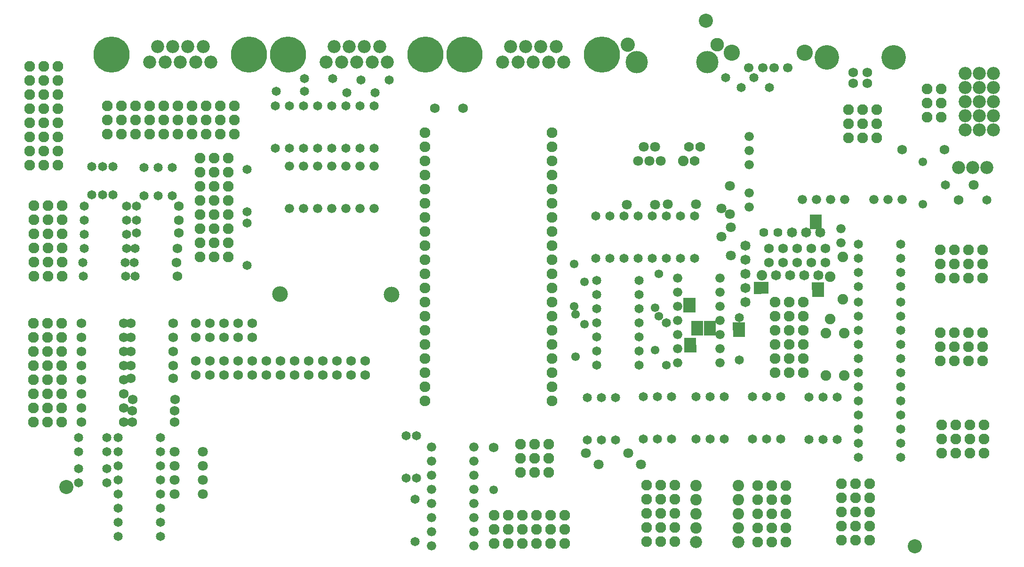
<source format=gbr>
G04 start of page 7 for group -4062 idx -4062 *
G04 Title: controlboard_2.3, soldermask *
G04 Creator: pcb.exe 20130205 *
G04 CreationDate: 26.2.2018 13.50.51 UTC *
G04 Format: Gerber/RS-274X *
G04 PCB-Dimensions (mm): 183.00 105.00 *
G04 PCB-Coordinate-Origin: lower left *
%MOMM*%
%FSLAX43Y43*%
%LNBOTTOMMASK*%
%ADD1119R,1.397X1.397*%
%ADD1118C,2.540*%
%ADD1117C,2.819*%
%ADD1116C,4.420*%
%ADD1115C,1.727*%
%ADD1114C,2.352*%
%ADD1113C,1.776*%
%ADD1112C,1.903*%
%ADD1111C,1.752*%
%ADD1110C,1.622*%
%ADD1109C,1.876*%
%ADD1108C,1.822*%
%ADD1107C,2.565*%
%ADD1106C,1.700*%
%ADD1105C,4.013*%
%ADD1104C,2.438*%
%ADD1103C,2.921*%
%ADD1102C,6.502*%
%ADD1101C,1.552*%
%ADD1100C,1.562*%
%ADD1099C,1.549*%
%ADD1098C,1.676*%
%ADD1097C,1.749*%
%ADD1096C,1.930*%
%ADD1095C,1.649*%
%ADD1094C,2.057*%
%ADD1093C,2.184*%
%ADD1092C,1.952*%
%ADD1091C,1.652*%
%ADD1090C,1.803*%
G54D1090*X107188Y20164D03*
X114808D03*
X104902Y22196D03*
X112522D03*
G54D1091*X105156Y24609D03*
X107696D03*
X110236D03*
X115189Y24736D03*
X117729D03*
G54D1092*X95631Y18767D03*
X93091D03*
X98171D03*
X95631Y21307D03*
Y23847D03*
X98171D03*
Y21307D03*
G54D1093*X132334Y6194D03*
G54D1094*Y8734D03*
Y11274D03*
Y13814D03*
Y16354D03*
G54D1091*X120269Y32356D03*
X117729D03*
X115189D03*
X129794D03*
X127254D03*
X124714D03*
X120269Y24736D03*
X124714D03*
X127254D03*
X129794D03*
G54D1092*X101092Y8480D03*
Y5940D03*
X98552D03*
X101092Y11020D03*
X98552D03*
X96012D03*
X93472D03*
X90932D03*
X88392D03*
X96012Y5940D03*
X93472D03*
X90932D03*
X88392D03*
G54D1093*X124714Y6194D03*
G54D1094*Y8734D03*
Y11274D03*
Y13814D03*
Y16354D03*
G54D1092*X118364Y6321D03*
Y8861D03*
X115824D03*
Y6321D03*
X118364Y11401D03*
X115824Y16481D03*
Y13941D03*
Y11401D03*
X118364Y13941D03*
Y16481D03*
X120904D03*
Y13941D03*
Y11401D03*
Y8861D03*
Y6321D03*
G54D1095*X74422Y25371D03*
G54D1096*X75946Y31594D03*
G54D1095*X72517Y25371D03*
G54D1097*X88265Y23212D03*
G54D1098*X84709Y20799D03*
Y23339D03*
G54D1092*X93091Y23847D03*
Y21307D03*
G54D1098*X77089Y23339D03*
Y20799D03*
G54D1096*X98806Y31594D03*
G54D1095*X74168Y6321D03*
Y13941D03*
X74422Y17751D03*
X72517D03*
G54D1098*X77089Y18259D03*
Y15719D03*
Y13179D03*
Y10639D03*
X84709D03*
X77089Y8099D03*
X84709D03*
X77089Y5559D03*
X84709D03*
G54D1099*X88265Y15592D03*
G54D1098*X84709Y13179D03*
Y15719D03*
Y18259D03*
G54D1092*X88392Y8480D03*
X90932D03*
X93472D03*
X96012D03*
X98552D03*
G54D1091*X110236Y32229D03*
X107696D03*
X105156D03*
G54D1096*X98806Y34134D03*
Y36674D03*
G54D1091*X114427Y38071D03*
Y40611D03*
Y43151D03*
X106807D03*
Y40611D03*
Y38071D03*
G54D1099*X102997Y39595D03*
G54D1096*X98806Y39214D03*
Y41754D03*
Y44294D03*
Y46834D03*
Y49374D03*
Y51914D03*
G54D1091*X119380Y45691D03*
G54D1100*Y38071D03*
G54D1101*X117348Y40738D03*
Y48358D03*
G54D1100*X117983Y46834D03*
G54D1098*X121412Y48612D03*
Y46072D03*
G54D1100*X117983Y54454D03*
G54D1098*X121412Y53692D03*
Y51152D03*
Y43532D03*
G54D1096*X75946Y51914D03*
Y49374D03*
Y46834D03*
Y44294D03*
Y41754D03*
Y39214D03*
Y36674D03*
Y34134D03*
G54D1098*X121412Y40992D03*
Y38452D03*
X129032D03*
Y40992D03*
Y43532D03*
Y46072D03*
Y48612D03*
Y51152D03*
Y53692D03*
G54D1091*X132461Y38960D03*
Y46580D03*
G54D1095*X135128Y89760D03*
X130048D03*
X137922Y87982D03*
X132842D03*
G54D1102*X107747Y93976D03*
G54D1103*X131115Y94281D03*
G54D1104*X128524Y95729D03*
G54D1105*X126746Y92554D03*
G54D1106*X136677Y91563D03*
X134188D03*
G54D1107*X112395Y95729D03*
G54D1105*X114046Y92554D03*
G54D1090*X130810Y70329D03*
Y65249D03*
G54D1091*X124460Y64868D03*
X121920D03*
X119380D03*
G54D1090*X129286Y66265D03*
X124714Y67027D03*
G54D1098*X134239Y66519D03*
Y69059D03*
Y74139D03*
Y76679D03*
Y79219D03*
G54D1090*X112268Y66900D03*
G54D1091*X111760Y64868D03*
X109220D03*
X106680D03*
G54D1090*X117348Y66900D03*
G54D1091*X116840Y64868D03*
X114300D03*
Y57248D03*
X116840D03*
X119380D03*
X121920D03*
X106680D03*
X109220D03*
X111760D03*
X106807Y53311D03*
G54D1099*X102743Y56232D03*
X104648Y53057D03*
G54D1091*X106807Y50771D03*
Y48231D03*
Y45691D03*
G54D1099*X102743Y48612D03*
X102997Y47215D03*
X104648Y45437D03*
G54D1091*X114427Y45691D03*
Y48231D03*
Y50771D03*
Y53311D03*
X124460Y57248D03*
G54D1090*X130937Y57756D03*
Y62836D03*
G54D1108*X133604Y59534D03*
Y56994D03*
G54D1109*X136525Y54200D03*
G54D1110*X136906Y61947D03*
G54D1108*X133604Y54454D03*
Y51914D03*
Y49374D03*
G54D1111*X137795Y56486D03*
Y59026D03*
G54D1090*X119634Y67027D03*
X114300Y74774D03*
X116332D03*
X115316Y77314D03*
X118364Y74774D03*
X117348Y77314D03*
G54D1112*X122428Y74774D03*
G54D1113*X124460D03*
X123444Y77314D03*
X125476D03*
G54D1112*X148844Y46326D03*
G54D1096*X144018Y46834D03*
X138938D03*
G54D1112*X148082Y43786D03*
G54D1096*X144018Y44294D03*
X138938D03*
G54D1112*X151384Y43786D03*
G54D1091*X153924Y46834D03*
Y44294D03*
X161544D03*
G54D1092*X168656Y43913D03*
X171196D03*
X173736D03*
X176276D03*
G54D1091*X161544Y46834D03*
G54D1096*X141478Y49374D03*
Y46834D03*
Y44294D03*
X144018Y49374D03*
X138938D03*
G54D1112*X148844Y53946D03*
G54D1108*X139065Y54200D03*
X141605D03*
X144145D03*
X146685D03*
G54D1091*X153924Y49374D03*
G54D1112*X151130Y49882D03*
G54D1090*X129286Y61185D03*
G54D1110*X139446Y61947D03*
G54D1108*X141986D03*
G54D1091*X161544Y49374D03*
Y52168D03*
Y54708D03*
Y57248D03*
Y59788D03*
G54D1092*X176276Y56232D03*
X173736D03*
X171196D03*
Y53692D03*
Y58772D03*
X168656Y56232D03*
Y53692D03*
X173736D03*
X176276D03*
X168656Y58772D03*
X173736D03*
X176276D03*
G54D1091*X153924Y59788D03*
Y57248D03*
Y54708D03*
Y52168D03*
G54D1112*X151130Y57502D03*
G54D1098*X150749Y60042D03*
Y62582D03*
G54D1108*X144526Y61947D03*
X147066D03*
G54D1111*X142875Y56486D03*
X145415D03*
X147955D03*
X140335Y59026D03*
X142875D03*
X145415D03*
X147955D03*
X140335Y56486D03*
G54D1091*X153924Y39214D03*
Y36674D03*
Y34134D03*
Y31594D03*
Y41754D03*
G54D1112*X151384Y36166D03*
G54D1091*X150094Y32333D03*
X161544Y31594D03*
Y34134D03*
Y36674D03*
Y39214D03*
Y41754D03*
G54D1092*X176276Y41373D03*
Y38833D03*
X173736Y41373D03*
Y38833D03*
X171196Y41373D03*
X168656D03*
Y38833D03*
X171196D03*
G54D1091*X145014Y24713D03*
X147554D03*
X150094D03*
X139954Y32356D03*
Y24736D03*
G54D1096*X141478Y41754D03*
Y39214D03*
Y36674D03*
G54D1091*X137414Y32356D03*
X134874D03*
Y24736D03*
X137414D03*
G54D1112*X148082Y36166D03*
G54D1091*X147554Y32333D03*
X145014D03*
G54D1096*X144018Y36674D03*
X138938D03*
Y39214D03*
Y41754D03*
X144018Y39214D03*
Y41754D03*
G54D1091*X153924Y29054D03*
Y26514D03*
X161544D03*
Y29054D03*
Y21434D03*
Y23974D03*
G54D1092*X168910Y22196D03*
X171450D03*
X176530Y24736D03*
X173990D03*
Y27276D03*
X176530D03*
X173990Y22196D03*
X171450Y24736D03*
X168910D03*
Y27276D03*
X171450D03*
X176530Y22196D03*
G54D1091*X153924Y23974D03*
Y21434D03*
G54D1092*X155956Y16735D03*
X153416Y6575D03*
Y9115D03*
Y11655D03*
Y14195D03*
Y16735D03*
X150876D03*
Y14195D03*
Y11655D03*
X155956Y14195D03*
Y11655D03*
Y9115D03*
Y6575D03*
X150876Y9115D03*
Y6575D03*
X138303Y6194D03*
Y8734D03*
Y11274D03*
Y13814D03*
Y16354D03*
X135763D03*
X140843D03*
X135763Y13814D03*
Y11274D03*
Y8734D03*
Y6194D03*
X140843Y13814D03*
Y11274D03*
Y8734D03*
Y6194D03*
G54D1114*X174498Y73631D03*
X177038D03*
G54D1090*X174625Y70456D03*
G54D1095*X177038Y67789D03*
G54D1097*X171958D03*
G54D1099*X165481Y67027D03*
G54D1114*X171958Y73631D03*
G54D1095*X169545Y70456D03*
G54D1097*X169418Y76806D03*
G54D1115*X152984Y90725D03*
Y88744D03*
G54D1116*X148209Y93443D03*
G54D1103*X144247Y94281D03*
G54D1106*X138709Y91563D03*
X141199D03*
G54D1115*X155473Y90725D03*
Y88744D03*
G54D1116*X160249Y93443D03*
G54D1097*X161798Y76806D03*
G54D1099*X165481Y74647D03*
G54D1098*X161735Y67853D03*
X159195D03*
X156655D03*
X151448D03*
X148908D03*
X146368D03*
X143828D03*
G54D1114*X173101Y87982D03*
X175641D03*
X178181D03*
Y85442D03*
X175641D03*
X178181Y90522D03*
Y80362D03*
X173101Y85442D03*
X175641Y90522D03*
X173101D03*
Y82902D03*
X178181D03*
X175641D03*
G54D1092*X166243Y82648D03*
X168783D03*
G54D1114*X175641Y80362D03*
X173101D03*
G54D1092*X168783Y85188D03*
X166243D03*
Y87728D03*
X168783D03*
X154686Y84045D03*
X157226D03*
X152146D03*
X154686Y81505D03*
X157226D03*
X152146D03*
X154686Y78965D03*
X157226D03*
X152146D03*
G54D1114*X63652Y92554D03*
X66396D03*
X69139D03*
X65024Y95399D03*
X67767D03*
G54D1095*X66929Y87093D03*
G54D1091*X66802Y84680D03*
X64262D03*
G54D1095*X64389Y89379D03*
G54D1102*X75997Y93976D03*
G54D1095*X69469Y89379D03*
G54D1114*X58166Y92554D03*
X60909D03*
X59538Y95399D03*
X62281D03*
G54D1102*X51308Y93976D03*
G54D1095*X54229Y89633D03*
Y87347D03*
X49149D03*
G54D1114*X89916Y92554D03*
X92659D03*
X91288Y95399D03*
X94031D03*
X95402Y92554D03*
X98146D03*
X100889D03*
X96774Y95399D03*
X99517D03*
G54D1096*X98806Y64614D03*
Y67154D03*
Y69694D03*
Y72234D03*
Y74774D03*
Y77314D03*
Y79854D03*
G54D1095*X59309Y89633D03*
X61849Y87093D03*
G54D1091*X61722Y84680D03*
X59182D03*
Y77060D03*
X61722D03*
X64262D03*
X66802D03*
X56642Y84680D03*
Y77060D03*
G54D1098*X66802Y73885D03*
X64262D03*
X61722D03*
X59182D03*
X56642D03*
X54102D03*
X51562D03*
G54D1102*X83058Y93976D03*
G54D1097*X82804Y84299D03*
X77724D03*
G54D1096*X75946Y79854D03*
Y77314D03*
Y74774D03*
Y72234D03*
Y69694D03*
Y67154D03*
Y64614D03*
G54D1091*X54102Y84680D03*
X51562D03*
X49022D03*
Y77060D03*
X51562D03*
X54102D03*
G54D1114*X37389Y92554D03*
G54D1102*X44247Y93976D03*
G54D1092*X39116Y82140D03*
Y84680D03*
Y79600D03*
X41656Y82140D03*
Y84680D03*
Y79600D03*
X36576D03*
X37973Y72742D03*
Y75282D03*
Y70202D03*
Y67662D03*
Y65122D03*
Y62582D03*
X35433Y65122D03*
Y67662D03*
Y70202D03*
Y72742D03*
G54D1097*X31623Y66646D03*
Y64106D03*
G54D1092*X35433Y75282D03*
G54D1091*X43942Y73250D03*
G54D1092*X40513Y65122D03*
Y67662D03*
Y70202D03*
Y75282D03*
Y72742D03*
G54D1098*X51562Y66265D03*
G54D1091*X43942Y63598D03*
Y65630D03*
G54D1098*X54102Y66265D03*
X56642D03*
X59182D03*
X61722D03*
X64262D03*
X66802D03*
G54D1114*X34646Y92554D03*
G54D1092*X31496Y82140D03*
X34036D03*
X36576D03*
Y84680D03*
X34036D03*
X31496D03*
X34036Y79600D03*
G54D1117*X49864Y50876D03*
X69904Y50736D03*
G54D1096*X75946Y62074D03*
X98806D03*
X75946Y59534D03*
X98806D03*
X75946Y56994D03*
X98806D03*
X75946Y54454D03*
X98806D03*
G54D1092*X37973Y60042D03*
X40513D03*
X35433D03*
Y62582D03*
X37973Y57502D03*
X35433D03*
G54D1091*X43942Y55978D03*
G54D1092*X40513Y57502D03*
Y62582D03*
G54D1097*X31369Y59026D03*
Y54073D03*
X31242Y56486D03*
X31623Y61820D03*
G54D1095*X22098Y54073D03*
X23749D03*
X21971Y56486D03*
X23622D03*
X24003Y61820D03*
X22225Y59026D03*
G54D1114*X26416Y92554D03*
X29159D03*
X31902D03*
X27788Y95399D03*
G54D1102*X19558Y93976D03*
G54D1114*X30531Y95399D03*
X33274D03*
X36017D03*
G54D1092*X26416Y82140D03*
X28956D03*
Y84680D03*
X26416D03*
X23876Y82140D03*
Y79600D03*
Y84680D03*
X31496Y79600D03*
X28956D03*
X26416D03*
X21336Y82140D03*
X18796D03*
Y79600D03*
Y84680D03*
X21336Y79600D03*
Y84680D03*
G54D1095*X25400Y73631D03*
X27940D03*
X30480D03*
X16002Y73758D03*
X19812D03*
X17907D03*
G54D1092*X7366Y89252D03*
X9906D03*
X7366Y91792D03*
Y86712D03*
Y84172D03*
Y81632D03*
X4826Y91792D03*
X9906D03*
X4826Y89252D03*
X7366Y79092D03*
Y76552D03*
Y74012D03*
X4826D03*
Y76552D03*
Y79092D03*
X9906Y74012D03*
Y76552D03*
Y79092D03*
Y81632D03*
X10668Y64233D03*
Y66773D03*
X4826Y81632D03*
Y84172D03*
Y86712D03*
X9906Y84172D03*
Y86712D03*
X8128Y66773D03*
Y64233D03*
X5588D03*
Y66773D03*
G54D1095*X14605Y64106D03*
Y66646D03*
X16002Y68678D03*
X19812D03*
X17907D03*
X14605Y59026D03*
X22225Y61566D03*
X23749Y59026D03*
X22225Y64106D03*
Y66646D03*
X24003D03*
Y64106D03*
X25400Y68551D03*
X27940D03*
X30480D03*
G54D1092*X8001Y43024D03*
X5461D03*
X10541D03*
X8001Y45564D03*
X5461D03*
X10541D03*
X8001Y40484D03*
X10541D03*
X5461D03*
X8001Y37944D03*
Y35404D03*
X10541D03*
X5461D03*
X10541Y37944D03*
X5461D03*
X8128Y61693D03*
Y59153D03*
Y56613D03*
Y54073D03*
X10668D03*
G54D1095*X14478D03*
G54D1092*X5588D03*
X10668Y56613D03*
G54D1095*X14351Y56486D03*
G54D1092*X5588Y56613D03*
Y59153D03*
Y61693D03*
X10668Y59153D03*
Y61693D03*
G54D1095*X14605Y61566D03*
G54D1092*X8001Y32864D03*
X10541Y30324D03*
Y32864D03*
X8001Y30324D03*
Y27784D03*
X5461D03*
Y30324D03*
Y32864D03*
X10541Y27784D03*
G54D1097*X14097D03*
Y30324D03*
Y32864D03*
Y35404D03*
G54D1095*X13589Y19402D03*
Y22450D03*
Y24990D03*
Y16862D03*
G54D1097*X14097Y37944D03*
Y40484D03*
Y43024D03*
Y45564D03*
G54D1091*X20701Y24990D03*
Y22450D03*
G54D1095*X18669D03*
Y24990D03*
G54D1091*X20701Y17370D03*
X28321D03*
Y19910D03*
Y22450D03*
Y24990D03*
G54D1097*X30861Y27784D03*
G54D1090*Y22450D03*
Y19910D03*
G54D1111*X34671Y36293D03*
Y38833D03*
Y43024D03*
G54D1097*X21717Y32864D03*
Y35404D03*
Y37944D03*
Y40484D03*
Y43024D03*
Y45564D03*
Y27784D03*
Y30324D03*
X23241Y27784D03*
Y29816D03*
X23368Y31848D03*
X22987Y35658D03*
Y37944D03*
Y40484D03*
Y43024D03*
Y45564D03*
G54D1091*X20701Y14830D03*
X28321D03*
G54D1090*X35941D03*
X30861D03*
G54D1091*X20701Y12290D03*
Y9750D03*
Y7210D03*
X28321D03*
Y9750D03*
Y12290D03*
X20701Y19910D03*
G54D1095*X18669Y19402D03*
Y16862D03*
G54D1090*X35941Y17370D03*
Y19910D03*
X30861Y17370D03*
X35941Y22450D03*
G54D1097*X30861Y29816D03*
X30988Y31848D03*
X30607Y35658D03*
Y37944D03*
Y40484D03*
Y43024D03*
Y45564D03*
G54D1111*X52451Y36293D03*
X54991D03*
X52451Y38833D03*
X54991D03*
X47371Y36293D03*
Y38833D03*
X49911Y36293D03*
Y38833D03*
X42291Y43024D03*
X39751D03*
X37211D03*
X44831Y45564D03*
X42291D03*
X39751D03*
X37211D03*
X34671D03*
X39751Y36293D03*
X42291D03*
X44831D03*
X37211Y38833D03*
X39751D03*
X42291D03*
X44831D03*
X37211Y36293D03*
X44831Y43024D03*
X62611Y36293D03*
Y38833D03*
X57531Y36293D03*
Y38833D03*
X60071Y36293D03*
Y38833D03*
X65151Y36293D03*
Y38833D03*
G54D1118*X126492Y100047D03*
X164084Y5432D03*
G54D1119*X123105Y49472D02*X123867D01*
X123118Y48263D02*X123880D01*
X124502Y45281D02*X125264D01*
X126788D02*X127550D01*
X126801Y44072D02*X127563D01*
X124515D02*X125277D01*
X123275Y41021D02*X124037D01*
X123262Y42230D02*X124024D01*
X146262Y51054D02*X147024D01*
X145838Y64458D02*X146600D01*
X145851Y63249D02*X146613D01*
X146249Y52263D02*X147011D01*
X135792Y52337D02*Y51575D01*
X137001Y52350D02*Y51588D01*
X132038Y43815D02*X132800D01*
X132025Y45024D02*X132787D01*
G54D1118*X11430Y16100D03*
M02*

</source>
